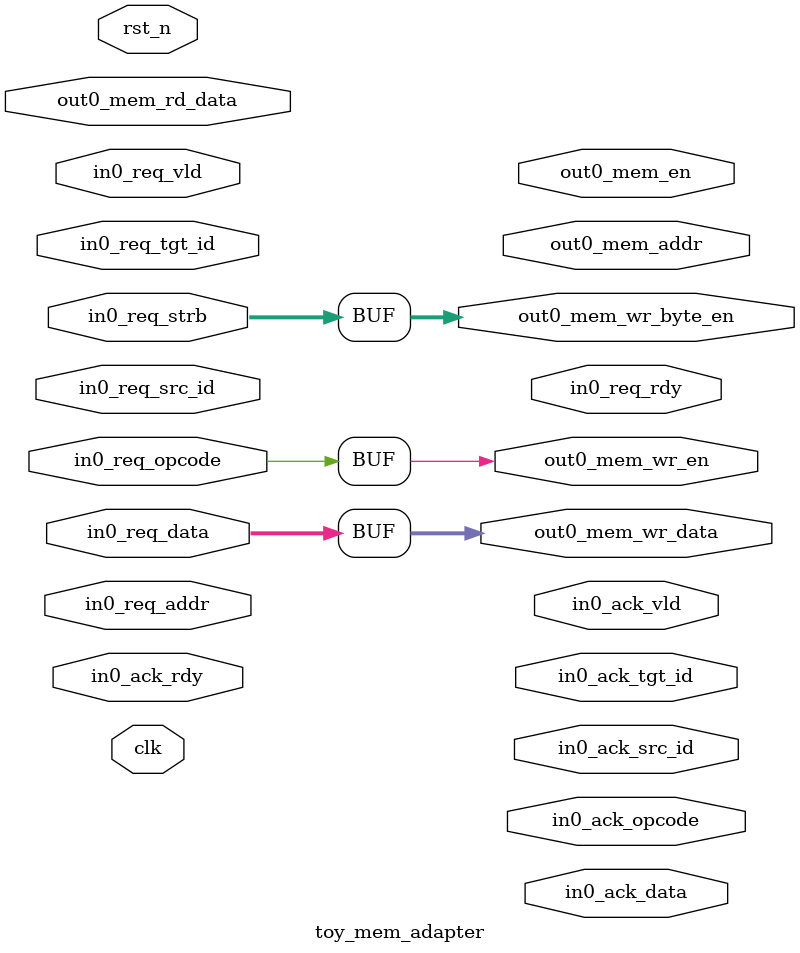
<source format=sv>


module toy_mem_adapter (
	input         clk                ,
	input         rst_n              ,
	input         in0_req_vld        ,
	output        in0_req_rdy        ,
	input  [31:0] in0_req_addr       ,
	input  [3:0]  in0_req_strb       ,
	input  [31:0] in0_req_data       ,
	input         in0_req_opcode     ,
	input  [3:0]  in0_req_src_id     ,
	input  [3:0]  in0_req_tgt_id     ,

	output        in0_ack_vld        ,
	input         in0_ack_rdy        ,
	output        in0_ack_opcode     ,
	output [31:0] in0_ack_data       ,
	output [3:0]  in0_ack_src_id     ,
	output [3:0]  in0_ack_tgt_id     ,
	
    output        out0_mem_en        ,
	output [31:0] out0_mem_addr      ,
	input  [31:0] out0_mem_rd_data   ,
	output [31:0] out0_mem_wr_data   ,
	output [3:0]  out0_mem_wr_byte_en,
	output        out0_mem_wr_en     );



    
    assign out0_mem_wr_byte_en  = in0_req_strb      ;
    assign out0_mem_wr_data     = in0_req_data      ;
    assign out0_mem_wr_en       = in0_req_opcode    ;





endmodule
</source>
